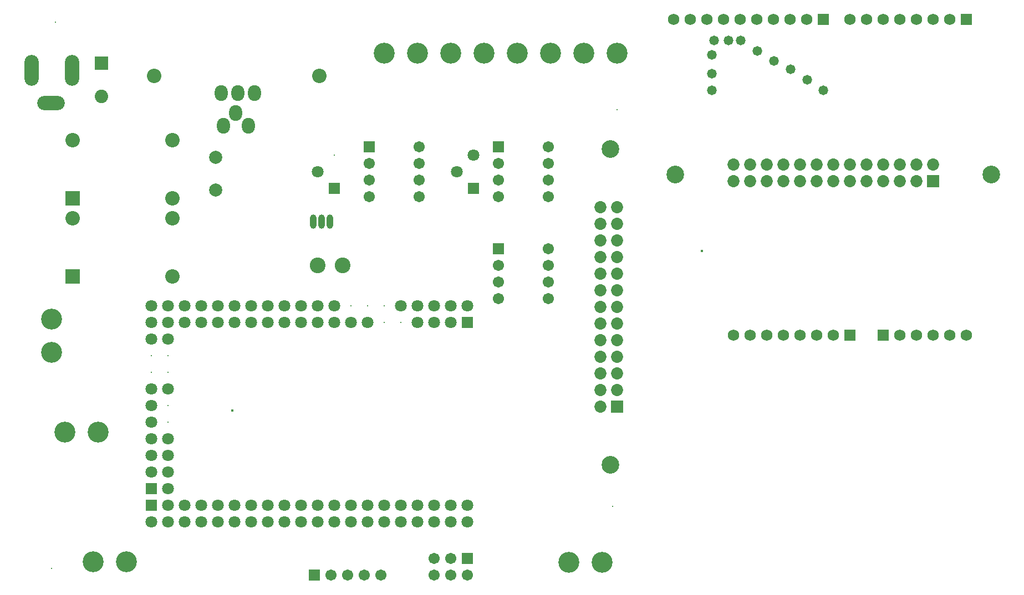
<source format=gbs>
%FSLAX25Y25*%
%MOIN*%
G70*
G01*
G75*
G04 Layer_Color=16711935*
%ADD10R,0.05118X0.05906*%
%ADD11R,0.05118X0.03347*%
%ADD12R,0.06000X0.06000*%
%ADD13R,0.03347X0.05118*%
%ADD14R,0.02362X0.05118*%
%ADD15R,0.05906X0.05118*%
%ADD16C,0.02500*%
%ADD17C,0.10000*%
%ADD18C,0.01500*%
%ADD19O,0.07087X0.08661*%
%ADD20R,0.06000X0.06000*%
%ADD21C,0.06000*%
%ADD22C,0.07874*%
%ADD23R,0.07874X0.07874*%
%ADD24O,0.15748X0.07874*%
%ADD25O,0.07874X0.17716*%
%ADD26O,0.03000X0.07874*%
%ADD27R,0.06299X0.06299*%
%ADD28C,0.06299*%
%ADD29O,0.03000X0.07874*%
%ADD30C,0.07087*%
%ADD31R,0.05906X0.05906*%
%ADD32C,0.05906*%
%ADD33R,0.07284X0.07284*%
%ADD34C,0.07284*%
%ADD35R,0.06299X0.06299*%
%ADD36C,0.08661*%
%ADD37C,0.06496*%
%ADD38R,0.06496X0.06496*%
%ADD39R,0.06496X0.06496*%
%ADD40C,0.11811*%
%ADD41C,0.09843*%
%ADD42C,0.05000*%
%ADD43R,0.00787X0.00787*%
%ADD44C,0.08000*%
%ADD45C,0.00787*%
%ADD46C,0.01000*%
%ADD47C,0.00984*%
%ADD48C,0.02362*%
%ADD49R,0.01181X0.08268*%
%ADD50R,0.08268X0.01181*%
%ADD51C,0.05906*%
%ADD52C,0.01969*%
%ADD53C,0.03937*%
%ADD54C,0.02000*%
%ADD55C,0.00500*%
%ADD56C,0.00700*%
%ADD57C,0.03000*%
%ADD58C,0.00800*%
%ADD59C,0.00591*%
%ADD60R,0.20000X0.25000*%
%ADD61R,0.06102X0.16142*%
%ADD62R,0.05918X0.06706*%
%ADD63R,0.05918X0.04147*%
%ADD64R,0.06800X0.06800*%
%ADD65R,0.04147X0.05918*%
%ADD66R,0.03162X0.05918*%
%ADD67R,0.06706X0.05918*%
%ADD68O,0.07887X0.09461*%
%ADD69R,0.06800X0.06800*%
%ADD70C,0.06800*%
%ADD71C,0.08674*%
%ADD72R,0.08674X0.08674*%
%ADD73O,0.16548X0.08674*%
%ADD74O,0.08674X0.18517*%
%ADD75O,0.03800X0.08674*%
%ADD76R,0.07099X0.07099*%
%ADD77C,0.07099*%
%ADD78C,0.00800*%
%ADD79O,0.03800X0.08674*%
%ADD80C,0.07887*%
%ADD81R,0.06706X0.06706*%
%ADD82C,0.06706*%
%ADD83R,0.08083X0.08083*%
%ADD84C,0.08083*%
%ADD85R,0.07099X0.07099*%
%ADD86C,0.09461*%
%ADD87C,0.07296*%
%ADD88R,0.07296X0.07296*%
%ADD89R,0.07296X0.07296*%
%ADD90C,0.12611*%
%ADD91C,0.10642*%
%ADD92C,0.05800*%
%ADD93R,0.01587X0.01587*%
D68*
X138750Y281250D02*
D03*
X131250Y288750D02*
D03*
X123750Y281250D02*
D03*
X142384Y300714D02*
D03*
X132384D02*
D03*
X122384D02*
D03*
D69*
X500625Y155000D02*
D03*
X570625Y345000D02*
D03*
X484625D02*
D03*
X520625Y155000D02*
D03*
D70*
X470625D02*
D03*
X460625D02*
D03*
X450625D02*
D03*
X440625D02*
D03*
X430625D02*
D03*
X490625D02*
D03*
X480625D02*
D03*
X540625Y345000D02*
D03*
X530625D02*
D03*
X520625D02*
D03*
X510625D02*
D03*
X500625D02*
D03*
X560625D02*
D03*
X550625D02*
D03*
X474625D02*
D03*
X464625D02*
D03*
X454625D02*
D03*
X444625D02*
D03*
X434625D02*
D03*
X424625D02*
D03*
X414625D02*
D03*
X404625D02*
D03*
X394625D02*
D03*
X530625Y155000D02*
D03*
X540625D02*
D03*
X550625D02*
D03*
X560625D02*
D03*
X570625D02*
D03*
D71*
X181625Y311250D02*
D03*
X82125D02*
D03*
X93125Y237500D02*
D03*
Y272500D02*
D03*
X33125D02*
D03*
X93125Y190625D02*
D03*
Y225625D02*
D03*
X33125D02*
D03*
D72*
Y237500D02*
D03*
Y190625D02*
D03*
D73*
X20321Y294714D02*
D03*
D74*
X8510Y314400D02*
D03*
X32919D02*
D03*
D75*
X182884Y223464D02*
D03*
X177884D02*
D03*
D76*
X190384Y243464D02*
D03*
X274134D02*
D03*
D77*
X180384Y253465D02*
D03*
X264134D02*
D03*
X274134Y263464D02*
D03*
X270384Y42715D02*
D03*
Y52715D02*
D03*
X260384Y42715D02*
D03*
Y52715D02*
D03*
X250384Y42715D02*
D03*
Y52715D02*
D03*
X240384Y42715D02*
D03*
Y52715D02*
D03*
X230384Y42715D02*
D03*
Y52715D02*
D03*
X220384Y42715D02*
D03*
Y52715D02*
D03*
X210384Y42715D02*
D03*
Y52715D02*
D03*
X200384Y42715D02*
D03*
Y52715D02*
D03*
X190384Y42715D02*
D03*
Y52715D02*
D03*
X180384Y42715D02*
D03*
Y52715D02*
D03*
X170384Y42715D02*
D03*
Y52715D02*
D03*
X160384Y42715D02*
D03*
Y52715D02*
D03*
X150384Y42715D02*
D03*
Y52715D02*
D03*
X140384Y42715D02*
D03*
Y52715D02*
D03*
X130384Y42715D02*
D03*
Y52715D02*
D03*
X120384Y42715D02*
D03*
Y52715D02*
D03*
X110384Y42715D02*
D03*
Y52715D02*
D03*
X100384Y42715D02*
D03*
Y52715D02*
D03*
X90384Y42715D02*
D03*
Y52715D02*
D03*
X80384Y42715D02*
D03*
X90384Y152715D02*
D03*
X80384D02*
D03*
X90384Y122714D02*
D03*
X80384D02*
D03*
Y112715D02*
D03*
Y102715D02*
D03*
X90384Y92715D02*
D03*
X80384D02*
D03*
X90384Y82714D02*
D03*
X80384D02*
D03*
X90384Y72715D02*
D03*
X80384D02*
D03*
X90384Y62714D02*
D03*
X80384Y172714D02*
D03*
Y162715D02*
D03*
X90384Y172714D02*
D03*
Y162715D02*
D03*
X100384Y172714D02*
D03*
Y162715D02*
D03*
X110384Y172714D02*
D03*
Y162715D02*
D03*
X120384Y172714D02*
D03*
Y162715D02*
D03*
X130384Y172714D02*
D03*
Y162715D02*
D03*
X140384Y172714D02*
D03*
Y162715D02*
D03*
X150384Y172714D02*
D03*
Y162715D02*
D03*
X160384Y172714D02*
D03*
Y162715D02*
D03*
X170384Y172714D02*
D03*
Y162715D02*
D03*
X180384Y172714D02*
D03*
Y162715D02*
D03*
X190384Y172714D02*
D03*
Y162715D02*
D03*
X200384D02*
D03*
X210384D02*
D03*
X230384Y172714D02*
D03*
X240384D02*
D03*
Y162715D02*
D03*
X250384Y172714D02*
D03*
Y162715D02*
D03*
X260384Y172714D02*
D03*
Y162715D02*
D03*
X270384Y172714D02*
D03*
D78*
X190384Y263464D02*
D03*
X90384Y142715D02*
D03*
X80384D02*
D03*
X90384Y132714D02*
D03*
X80384D02*
D03*
X90384Y112715D02*
D03*
Y102715D02*
D03*
X200384Y172714D02*
D03*
X210384D02*
D03*
X220384D02*
D03*
Y162715D02*
D03*
X230384D02*
D03*
X360384Y290965D02*
D03*
X22884Y343464D02*
D03*
X20384Y14715D02*
D03*
X357884Y52214D02*
D03*
D79*
X187884Y223464D02*
D03*
D80*
X119134Y242372D02*
D03*
Y262057D02*
D03*
D81*
X211634Y268464D02*
D03*
X178634Y10965D02*
D03*
X270384Y20715D02*
D03*
X289134Y268464D02*
D03*
Y207214D02*
D03*
D82*
X211634Y258465D02*
D03*
Y248464D02*
D03*
Y238464D02*
D03*
X241634Y268464D02*
D03*
Y258465D02*
D03*
Y248464D02*
D03*
Y238464D02*
D03*
X218634Y10965D02*
D03*
X208634D02*
D03*
X198634D02*
D03*
X188634D02*
D03*
X270384Y10714D02*
D03*
X260384Y20715D02*
D03*
Y10714D02*
D03*
X250384Y20715D02*
D03*
Y10714D02*
D03*
X319134Y238464D02*
D03*
Y248464D02*
D03*
Y258465D02*
D03*
Y268464D02*
D03*
X289134Y238464D02*
D03*
Y248464D02*
D03*
Y258465D02*
D03*
X319134Y177215D02*
D03*
Y187215D02*
D03*
Y197214D02*
D03*
Y207214D02*
D03*
X289134Y177215D02*
D03*
Y187215D02*
D03*
Y197214D02*
D03*
D83*
X50384Y318714D02*
D03*
D84*
Y298714D02*
D03*
D85*
X80384Y52715D02*
D03*
Y62714D02*
D03*
X270384Y162715D02*
D03*
D86*
X195384Y197214D02*
D03*
X180384D02*
D03*
D87*
X430384Y257715D02*
D03*
Y247714D02*
D03*
X440384Y257715D02*
D03*
Y247714D02*
D03*
X450384Y257715D02*
D03*
Y247714D02*
D03*
X460384Y257715D02*
D03*
Y247714D02*
D03*
X470384Y257715D02*
D03*
Y247714D02*
D03*
X480384Y257715D02*
D03*
Y247714D02*
D03*
X490384Y257715D02*
D03*
Y247714D02*
D03*
X500384Y257715D02*
D03*
Y247714D02*
D03*
X510384Y257715D02*
D03*
Y247714D02*
D03*
X520384Y257715D02*
D03*
Y247714D02*
D03*
X530384Y257715D02*
D03*
Y247714D02*
D03*
X540384Y257715D02*
D03*
Y247714D02*
D03*
X550384Y257715D02*
D03*
X350384Y232214D02*
D03*
X360384D02*
D03*
X350384Y222215D02*
D03*
X360384D02*
D03*
X350384Y212214D02*
D03*
X360384D02*
D03*
X350384Y202215D02*
D03*
X360384D02*
D03*
X350384Y192215D02*
D03*
X360384D02*
D03*
X350384Y182214D02*
D03*
X360384D02*
D03*
X350384Y172214D02*
D03*
X360384D02*
D03*
X350384Y162215D02*
D03*
X360384D02*
D03*
X350384Y152215D02*
D03*
X360384D02*
D03*
X350384Y142215D02*
D03*
X360384D02*
D03*
X350384Y132214D02*
D03*
X360384D02*
D03*
X350384Y122214D02*
D03*
X360384D02*
D03*
X350384Y112215D02*
D03*
D88*
X550384Y247714D02*
D03*
D89*
X360384Y112215D02*
D03*
D90*
X48384Y96715D02*
D03*
X28384D02*
D03*
X45384Y18714D02*
D03*
X65384D02*
D03*
X240384Y324714D02*
D03*
X220384D02*
D03*
X20384Y164715D02*
D03*
Y144714D02*
D03*
X280384Y324714D02*
D03*
X260384D02*
D03*
X300384D02*
D03*
X320384D02*
D03*
X331634Y18464D02*
D03*
X351634D02*
D03*
X340384Y324714D02*
D03*
X360384D02*
D03*
D91*
X585384Y251730D02*
D03*
X395384D02*
D03*
X356368Y77214D02*
D03*
Y267214D02*
D03*
D92*
X418750Y332500D02*
D03*
X417500Y302500D02*
D03*
Y312500D02*
D03*
Y323750D02*
D03*
X427500Y332500D02*
D03*
X484625Y302500D02*
D03*
X475000Y308750D02*
D03*
X465000Y315000D02*
D03*
X455000Y320000D02*
D03*
X445000Y326250D02*
D03*
X435000Y332500D02*
D03*
D93*
X129134Y109714D02*
D03*
X411634Y205964D02*
D03*
M02*

</source>
